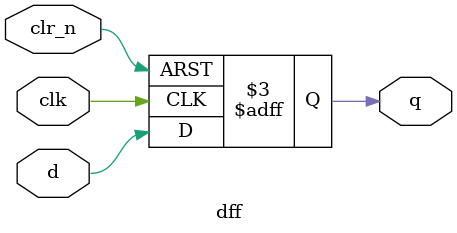
<source format=v>
`timescale 1ns / 1ps


module FourBitRegisterWithDFlipFlop(A,clk,clr,q0,q1,q2,q3);
input [0:3] A;
input clk;
input clr;
output wire q0,q1,q2,q3;

dff df0(clr,clk,A[0],q0);
dff df1(clr,clk,A[1],q1);
dff df2(clr,clk,A[2],q2);
dff df3(clr,clk,A[3],q3);

endmodule




module dff(clr_n,clk,d,q);
input clr_n, clk, d;
output reg q;

always @(negedge clk, negedge clr_n)
begin 
	if(~clr_n)
	q<= 0;
	else 
	q<= d;
	end
endmodule
	
</source>
